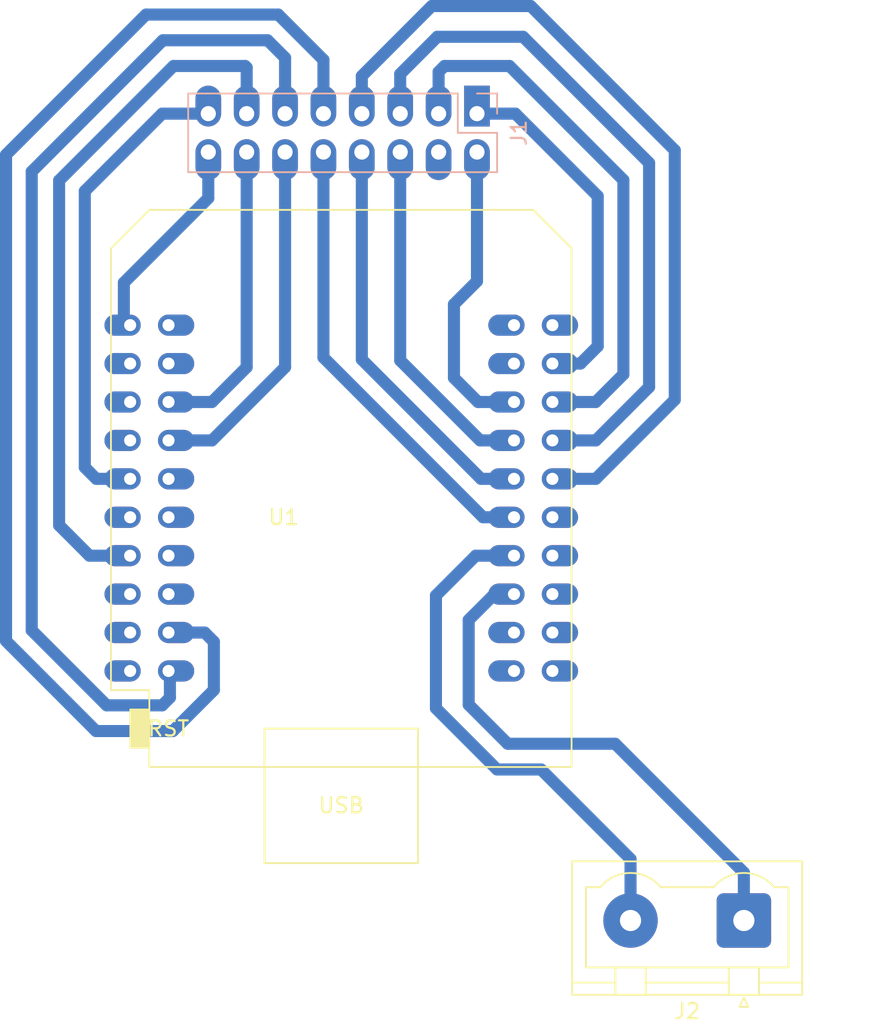
<source format=kicad_pcb>
(kicad_pcb (version 20211014) (generator pcbnew)
  (layers (0 "F.Cu" signal) (31 "B.Cu" signal) (34 "B.Paste" user) (35 "F.Paste" user) (36 "B.SilkS" user "B.Silkscreen") (37 "F.SilkS" user "F.Silkscreen") (38 "B.Mask" user) (39 "F.Mask" user) (44 "Edge.Cuts" user))
  (net 0 "")
  (net 1 "Net-(J2-Pad1)")
  (net 2 "Net-(J1-Pad1)")
  (net 8 "Net-(U1-Pad13)")
  (net 13 "Net-(J1-Pad2)")
  (net 14 "Net-(J1-Pad3)")
  (net 18 "Net-(J1-Pad5)")
  (net 19 "Net-(J1-Pad6)")
  (net 20 "Net-(J1-Pad7)")
  (net 22 "Net-(J1-Pad8)")
  (net 23 "Net-(U1-Pad20)")
  (net 24 "Net-(J1-Pad10)")
  (net 25 "Net-(U1-Pad9)")
  (net 26 "Net-(J1-Pad12)")
  (net 27 "Net-(J1-Pad14)")
  (net 28 "Net-(U1-Pad18)")
  (net 29 "Net-(J1-Pad16)")
  (footprint "Connector_Phoenix_GMSTB:PhoenixContact_GMSTBVA_2,5_2-G_1x02_P7.50mm_Vertical" (layer "F.Cu") (at 151.264 138.684 180)
    (fp_text reference "J2" (at 3.75 -6) (layer "F.SilkS"))
    (fp_text value "Power")
    (fp_line (start 0 -5.11) (end -0.3 -5.71) (layer "F.SilkS") (width 0.12))
    (fp_line (start 8.5 -3.1) (end 6.5 -3.1) (layer "F.SilkS") (width 0.12))
    (fp_line (start -1 -3.1) (end -1 -4.91) (layer "F.SilkS") (width 0.12))
    (fp_line (start 10.45 -3.1) (end 10.45 2.2) (layer "F.SilkS") (width 0.12))
    (fp_line (start 11.36 -4.91) (end -3.86 -4.91) (layer "F.SilkS") (width 0.12))
    (fp_line (start 2 2.2) (end 5.5 2.2) (layer "F.SilkS") (width 0.12))
    (fp_line (start -1 -4.91) (end 1 -4.91) (layer "F.SilkS") (width 0.12))
    (fp_line (start -2.95 2.2) (end -2.95 -3.1) (layer "F.SilkS") (width 0.12))
    (fp_line (start -3.86 -4.91) (end -3.86 3.91) (layer "F.SilkS") (width 0.12))
    (fp_line (start 1 -3.1) (end -1 -3.1) (layer "F.SilkS") (width 0.12))
    (fp_line (start 10.45 2.2) (end 9.5 2.2) (layer "F.SilkS") (width 0.12))
    (fp_line (start 6.5 -4.91) (end 8.5 -4.91) (layer "F.SilkS") (width 0.12))
    (fp_line (start -0.3 -5.71) (end 0.3 -5.71) (layer "F.SilkS") (width 0.12))
    (fp_line (start 1 -4.1) (end 6.5 -4.1) (layer "F.SilkS") (width 0.12))
    (fp_line (start 6.5 -3.1) (end 6.5 -4.91) (layer "F.SilkS") (width 0.12))
    (fp_line (start -2.95 -3.1) (end 10.45 -3.1) (layer "F.SilkS") (width 0.12))
    (fp_line (start -3.86 -4.1) (end -1.11 -4.1) (layer "F.SilkS") (width 0.12))
    (fp_line (start 1 -4.91) (end 1 -3.1) (layer "F.SilkS") (width 0.12))
    (fp_line (start -3.86 3.91) (end 11.36 3.91) (layer "F.SilkS") (width 0.12))
    (fp_line (start 11.36 -4.1) (end 8.61 -4.1) (layer "F.SilkS") (width 0.12))
    (fp_line (start 0.3 -5.71) (end 0 -5.11) (layer "F.SilkS") (width 0.12))
    (fp_line (start 8.5 -4.91) (end 8.5 -3.1) (layer "F.SilkS") (width 0.12))
    (fp_line (start 11.36 3.91) (end 11.36 -4.91) (layer "F.SilkS") (width 0.12))
    (fp_line (start -2 2.2) (end -2.95 2.2) (layer "F.SilkS") (width 0.12))
    (fp_arc (start 1.986842 2.215821) (mid -0.010289 3.142758) (end -2 2.2) (layer "F.SilkS") (width 0.12))
    (fp_arc (start 9.486842 2.215821) (mid 7.489711 3.142758) (end 5.5 2.2) (layer "F.SilkS") (width 0.12))
    (pad "1" thru_hole roundrect (at 0 0 180) (size 3.6 3.6) (drill 1.4) (layers *.Cu *.Mask) (roundrect_rratio 0.125) (net 1 "Net-(J2-Pad1)"))
    (pad "2" thru_hole oval (at 7.5 0 180) (size 3.6 3.6) (drill 1.4) (layers *.Cu *.Mask) (net 29 "Net-(J1-Pad16)"))
  )
  (footprint "ESP32_mini:ESP32_mini" (layer "F.Cu") (at 124.623 110.757)
    (fp_text reference "U1" (at -3.81 1.27) (layer "F.SilkS"))
    (fp_text value "mini_esp32")
    (fp_text user "USB" (at 0 20.32) (layer "F.SilkS"))
    (fp_text user "RST" (at -11.43 15.24) (layer "F.SilkS"))
    (fp_line (start 5.08 15.24) (end 5.08 17.78) (layer "F.SilkS") (width 0.12))
    (fp_line (start -15.24 12.7) (end -12.7 12.7) (layer "F.SilkS") (width 0.12))
    (fp_line (start -5.08 15.24) (end 5.08 15.24) (layer "F.SilkS") (width 0.12))
    (fp_line (start -12.7 17.78) (end 15.24 17.78) (layer "F.SilkS") (width 0.12))
    (fp_line (start -5.08 17.78) (end -5.08 15.24) (layer "F.SilkS") (width 0.12))
    (fp_line (start -12.7 12.7) (end -12.7 17.78) (layer "F.SilkS") (width 0.12))
    (fp_line (start -5.08 17.78) (end -5.08 24.13) (layer "F.SilkS") (width 0.12))
    (fp_line (start 12.7 -19.05) (end -11.43 -19.05) (layer "F.SilkS") (width 0.12))
    (fp_line (start 15.24 -16.51) (end 15.24 17.78) (layer "F.SilkS") (width 0.12))
    (fp_line (start 12.7 -19.05) (end 15.24 -16.51) (layer "F.SilkS") (width 0.12))
    (fp_line (start 5.08 24.13) (end 5.08 17.78) (layer "F.SilkS") (width 0.12))
    (fp_line (start -5.08 24.13) (end 5.08 24.13) (layer "F.SilkS") (width 0.12))
    (fp_line (start -12.7 -19.05) (end -11.43 -19.05) (layer "F.SilkS") (width 0.12))
    (fp_line (start -15.24 -16.51) (end -15.24 12.7) (layer "F.SilkS") (width 0.12))
    (fp_line (start -12.7 -19.05) (end -15.24 -16.51) (layer "F.SilkS") (width 0.12))
    (fp_poly (pts (xy -13.97 16.51) (xy -13.97 13.97) (xy -12.7 13.97) (xy -12.7 16.51)) (layer "F.SilkS") (width 0.1) (fill solid))
    (pad "1" thru_hole oval locked (at -13.97 -11.43 270) (size 1.4 2.4) (drill 0.8 (offset 0 0.5)) (layers *.Cu *.Mask) (net 29 "Net-(J1-Pad16)"))
    (pad "2" thru_hole oval locked (at -11.43 -11.43 270) (size 1.4 2.4) (drill 0.8 (offset 0 -0.5)) (layers *.Cu *.Mask))
    (pad "3" thru_hole oval locked (at -13.97 -8.89 270) (size 1.4 2.4) (drill 0.8 (offset 0 0.5)) (layers *.Cu *.Mask))
    (pad "4" thru_hole oval locked (at -11.43 -8.89 270) (size 1.4 2.4) (drill 0.8 (offset 0 -0.5)) (layers *.Cu *.Mask))
    (pad "5" thru_hole oval locked (at -13.97 -6.35 270) (size 1.4 2.4) (drill 0.8 (offset 0 0.5)) (layers *.Cu *.Mask))
    (pad "6" thru_hole oval locked (at -11.43 -6.35 270) (size 1.4 2.4) (drill 0.8 (offset 0 -0.5)) (layers *.Cu *.Mask) (net 27 "Net-(J1-Pad14)"))
    (pad "7" thru_hole oval locked (at -13.97 -3.81 270) (size 1.4 2.4) (drill 0.8 (offset 0 0.5)) (layers *.Cu *.Mask))
    (pad "8" thru_hole oval locked (at -11.43 -3.81 270) (size 1.4 2.4) (drill 0.8 (offset 0 -0.5)) (layers *.Cu *.Mask) (net 26 "Net-(J1-Pad12)"))
    (pad "9" thru_hole oval locked (at -13.97 -1.27 270) (size 1.4 2.4) (drill 0.8 (offset 0 0.5)) (layers *.Cu *.Mask) (net 25 "Net-(U1-Pad9)"))
    (pad "10" thru_hole oval locked (at -11.43 -1.27 270) (size 1.4 2.4) (drill 0.8 (offset 0 -0.5)) (layers *.Cu *.Mask))
    (pad "11" thru_hole oval locked (at -13.97 1.27 270) (size 1.4 2.4) (drill 0.8 (offset 0 0.5)) (layers *.Cu *.Mask))
    (pad "12" thru_hole oval locked (at -11.43 1.27 270) (size 1.4 2.4) (drill 0.8 (offset 0 -0.5)) (layers *.Cu *.Mask))
    (pad "13" thru_hole oval locked (at -13.97 3.81 270) (size 1.4 2.4) (drill 0.8 (offset 0 0.5)) (layers *.Cu *.Mask) (net 8 "Net-(U1-Pad13)"))
    (pad "14" thru_hole oval locked (at -11.43 3.81 270) (size 1.4 2.4) (drill 0.8 (offset 0 -0.5)) (layers *.Cu *.Mask))
    (pad "15" thru_hole oval locked (at -13.97 6.35 270) (size 1.4 2.4) (drill 0.8 (offset 0 0.5)) (layers *.Cu *.Mask))
    (pad "16" thru_hole oval locked (at -11.43 6.35 270) (size 1.4 2.4) (drill 0.8 (offset 0 -0.5)) (layers *.Cu *.Mask))
    (pad "17" thru_hole oval locked (at -13.97 8.89 270) (size 1.4 2.4) (drill 0.8 (offset 0 0.5)) (layers *.Cu *.Mask))
    (pad "18" thru_hole oval locked (at -11.43 8.89 270) (size 1.4 2.4) (drill 0.8 (offset 0 -0.5)) (layers *.Cu *.Mask) (net 28 "Net-(U1-Pad18)"))
    (pad "19" thru_hole oval locked (at -13.97 11.43 270) (size 1.4 2.4) (drill 0.8 (offset 0 0.5)) (layers *.Cu *.Mask))
    (pad "20" thru_hole oval locked (at -11.43 11.43 270) (size 1.4 2.4) (drill 0.8 (offset 0 -0.5)) (layers *.Cu *.Mask) (net 23 "Net-(U1-Pad20)"))
    (pad "21" thru_hole oval locked (at 11.43 -11.43 270) (size 1.4 2.4) (drill 0.8 (offset 0 0.5)) (layers *.Cu *.Mask))
    (pad "22" thru_hole oval locked (at 13.97 -11.43 270) (size 1.4 2.4) (drill 0.8 (offset 0 -0.5)) (layers *.Cu *.Mask) (net 29 "Net-(J1-Pad16)"))
    (pad "23" thru_hole oval locked (at 11.43 -8.89 270) (size 1.4 2.4) (drill 0.8 (offset 0 0.5)) (layers *.Cu *.Mask))
    (pad "24" thru_hole oval locked (at 13.97 -8.89 270) (size 1.4 2.4) (drill 0.8 (offset 0 -0.5)) (layers *.Cu *.Mask) (net 2 "Net-(J1-Pad1)"))
    (pad "25" thru_hole oval locked (at 11.43 -6.35 270) (size 1.4 2.4) (drill 0.8 (offset 0 0.5)) (layers *.Cu *.Mask) (net 13 "Net-(J1-Pad2)"))
    (pad "26" thru_hole oval locked (at 13.97 -6.35 270) (size 1.4 2.4) (drill 0.8 (offset 0 -0.5)) (layers *.Cu *.Mask) (net 14 "Net-(J1-Pad3)"))
    (pad "27" thru_hole oval locked (at 11.43 -3.81 270) (size 1.4 2.4) (drill 0.8 (offset 0 0.5)) (layers *.Cu *.Mask) (net 19 "Net-(J1-Pad6)"))
    (pad "28" thru_hole oval locked (at 13.97 -3.81 270) (size 1.4 2.4) (drill 0.8 (offset 0 -0.5)) (layers *.Cu *.Mask) (net 18 "Net-(J1-Pad5)"))
    (pad "29" thru_hole oval locked (at 11.43 -1.27 270) (size 1.4 2.4) (drill 0.8 (offset 0 0.5)) (layers *.Cu *.Mask) (net 22 "Net-(J1-Pad8)"))
    (pad "30" thru_hole oval locked (at 13.97 -1.27 270) (size 1.4 2.4) (drill 0.8 (offset 0 -0.5)) (layers *.Cu *.Mask) (net 20 "Net-(J1-Pad7)"))
    (pad "31" thru_hole oval locked (at 11.43 1.27 270) (size 1.4 2.4) (drill 0.8 (offset 0 0.5)) (layers *.Cu *.Mask) (net 24 "Net-(J1-Pad10)"))
    (pad "32" thru_hole oval locked (at 13.97 1.27 270) (size 1.4 2.4) (drill 0.8 (offset 0 -0.5)) (layers *.Cu *.Mask))
    (pad "33" thru_hole oval locked (at 11.43 3.81 270) (size 1.4 2.4) (drill 0.8 (offset 0 0.5)) (layers *.Cu *.Mask) (net 29 "Net-(J1-Pad16)"))
    (pad "34" thru_hole oval locked (at 13.97 3.81 270) (size 1.4 2.4) (drill 0.8 (offset 0 -0.5)) (layers *.Cu *.Mask))
    (pad "35" thru_hole oval locked (at 11.43 6.35 270) (size 1.4 2.4) (drill 0.8 (offset 0 0.5)) (layers *.Cu *.Mask) (net 1 "Net-(J2-Pad1)"))
    (pad "36" thru_hole oval locked (at 13.97 6.35 270) (size 1.4 2.4) (drill 0.8 (offset 0 -0.5)) (layers *.Cu *.Mask))
    (pad "37" thru_hole oval locked (at 11.43 8.89 270) (size 1.4 2.4) (drill 0.8 (offset 0 0.5)) (layers *.Cu *.Mask))
    (pad "38" thru_hole oval locked (at 13.97 8.89 270) (size 1.4 2.4) (drill 0.8 (offset 0 -0.5)) (layers *.Cu *.Mask))
    (pad "39" thru_hole oval locked (at 11.43 11.43 270) (size 1.4 2.4) (drill 0.8 (offset 0 0.5)) (layers *.Cu *.Mask))
    (pad "40" thru_hole oval locked (at 13.97 11.43 270) (size 1.4 2.4) (drill 0.8 (offset 0 -0.5)) (layers *.Cu *.Mask))
  )
  (footprint "Connector_PinSocket_2.54mm:PinSocket_2x08_P2.54mm_Vertical" (layer "B.Cu") (at 133.604 85.344 90)
    (fp_text reference "J1" (at -1.27 2.77 90) (layer "B.SilkS"))
    (fp_text value "PUT_IN")
    (fp_line (start 1.33 1.33) (end 1.33 0) (layer "B.SilkS") (width 0.12))
    (fp_line (start -3.87 1.33) (end -1.27 1.33) (layer "B.SilkS") (width 0.12))
    (fp_line (start -1.27 -1.27) (end 1.33 -1.27) (layer "B.SilkS") (width 0.12))
    (fp_line (start -3.87 1.33) (end -3.87 -19.11) (layer "B.SilkS") (width 0.12))
    (fp_line (start -3.87 -19.11) (end 1.33 -19.11) (layer "B.SilkS") (width 0.12))
    (fp_line (start 0 1.33) (end 1.33 1.33) (layer "B.SilkS") (width 0.12))
    (fp_line (start 1.33 -1.27) (end 1.33 -19.11) (layer "B.SilkS") (width 0.12))
    (fp_line (start -1.27 1.33) (end -1.27 -1.27) (layer "B.SilkS") (width 0.12))
    (pad "1" thru_hole rect (at 0 0 90) (size 2.7 1.7) (drill 1 (offset 0.5 0)) (layers *.Cu *.Mask) (net 2 "Net-(J1-Pad1)"))
    (pad "2" thru_hole oval (at -2.54 0 90) (size 2.7 1.7) (drill 1 (offset -0.5 0)) (layers *.Cu *.Mask) (net 13 "Net-(J1-Pad2)"))
    (pad "3" thru_hole oval (at 0 -2.54 90) (size 2.7 1.7) (drill 1 (offset 0.5 0)) (layers *.Cu *.Mask) (net 14 "Net-(J1-Pad3)"))
    (pad "4" thru_hole oval (at -2.54 -2.54 90) (size 2.7 1.7) (drill 1 (offset -0.5 0)) (layers *.Cu *.Mask))
    (pad "5" thru_hole oval (at 0 -5.08 90) (size 2.7 1.7) (drill 1 (offset 0.5 0)) (layers *.Cu *.Mask) (net 18 "Net-(J1-Pad5)"))
    (pad "6" thru_hole oval (at -2.54 -5.08 90) (size 2.7 1.7) (drill 1 (offset -0.5 0)) (layers *.Cu *.Mask) (net 19 "Net-(J1-Pad6)"))
    (pad "7" thru_hole oval (at 0 -7.62 90) (size 2.7 1.7) (drill 1 (offset 0.5 0)) (layers *.Cu *.Mask) (net 20 "Net-(J1-Pad7)"))
    (pad "8" thru_hole oval (at -2.54 -7.62 90) (size 2.7 1.7) (drill 1 (offset -0.5 0)) (layers *.Cu *.Mask) (net 22 "Net-(J1-Pad8)"))
    (pad "9" thru_hole oval (at 0 -10.16 90) (size 2.7 1.7) (drill 1 (offset 0.5 0)) (layers *.Cu *.Mask) (net 28 "Net-(U1-Pad18)"))
    (pad "10" thru_hole oval (at -2.54 -10.16 90) (size 2.7 1.7) (drill 1 (offset -0.5 0)) (layers *.Cu *.Mask) (net 24 "Net-(J1-Pad10)"))
    (pad "11" thru_hole oval (at 0 -12.7 90) (size 2.7 1.7) (drill 1 (offset 0.5 0)) (layers *.Cu *.Mask) (net 23 "Net-(U1-Pad20)"))
    (pad "12" thru_hole oval (at -2.54 -12.7 90) (size 2.7 1.7) (drill 1 (offset -0.5 0)) (layers *.Cu *.Mask) (net 26 "Net-(J1-Pad12)"))
    (pad "13" thru_hole oval (at 0 -15.24 90) (size 2.7 1.7) (drill 1 (offset 0.5 0)) (layers *.Cu *.Mask) (net 8 "Net-(U1-Pad13)"))
    (pad "14" thru_hole oval (at -2.54 -15.24 90) (size 2.7 1.7) (drill 1 (offset -0.5 0)) (layers *.Cu *.Mask) (net 27 "Net-(J1-Pad14)"))
    (pad "15" thru_hole oval (at 0 -17.78 90) (size 2.7 1.7) (drill 1 (offset 0.5 0)) (layers *.Cu *.Mask) (net 25 "Net-(U1-Pad9)"))
    (pad "16" thru_hole oval (at -2.54 -17.78 90) (size 2.7 1.7) (drill 1 (offset -0.5 0)) (layers *.Cu *.Mask) (net 29 "Net-(J1-Pad16)"))
  )
  (segment (start 133.05348 124.41748) (end 133.05348 118.818772) (width 0.8) (layer "B.Cu") (net 1))
  (segment (start 151.264 138.684) (end 151.264 135.516) (width 0.8) (layer "B.Cu") (net 1))
  (segment (start 134.765252 117.107) (end 136.053 117.107) (width 0.8) (layer "B.Cu") (net 1))
  (segment (start 151.264 135.516) (end 142.748 127) (width 0.8) (layer "B.Cu") (net 1))
  (segment (start 133.05348 118.818772) (end 134.765252 117.107) (width 0.8) (layer "B.Cu") (net 1))
  (segment (start 135.636 127) (end 133.05348 124.41748) (width 0.8) (layer "B.Cu") (net 1))
  (segment (start 142.748 127) (end 135.636 127) (width 0.8) (layer "B.Cu") (net 1))
  (segment (start 141.59252 100.72348) (end 140.449 101.867) (width 0.8) (layer "B.Cu") (net 2))
  (segment (start 136.144 85.344) (end 141.59252 90.79252) (width 0.8) (layer "B.Cu") (net 2))
  (segment (start 133.604 85.344) (end 136.144 85.344) (width 0.8) (layer "B.Cu") (net 2))
  (segment (start 140.449 101.867) (end 138.593 101.867) (width 0.8) (layer "B.Cu") (net 2))
  (segment (start 141.59252 90.79252) (end 141.59252 100.72348) (width 0.8) (layer "B.Cu") (net 2))
  (segment (start 105.95396 89.762556) (end 105.95396 112.55796) (width 0.8) (layer "B.Cu") (net 8))
  (segment (start 107.963 114.567) (end 110.653 114.567) (width 0.8) (layer "B.Cu") (net 8))
  (segment (start 118.364 85.344) (end 118.364 82.296) (width 0.8) (layer "B.Cu") (net 8))
  (segment (start 118.364 82.296) (end 118.26248 82.19448) (width 0.8) (layer "B.Cu") (net 8))
  (segment (start 118.26248 82.19448) (end 113.522036 82.19448) (width 0.8) (layer "B.Cu") (net 8))
  (segment (start 113.522036 82.19448) (end 105.95396 89.762556) (width 0.8) (layer "B.Cu") (net 8))
  (segment (start 105.95396 112.55796) (end 107.963 114.567) (width 0.8) (layer "B.Cu") (net 8))
  (segment (start 133.67361 104.407) (end 136.053 104.407) (width 0.8) (layer "B.Cu") (net 13))
  (segment (start 133.604 87.884) (end 133.604 96.424252) (width 0.8) (layer "B.Cu") (net 13))
  (segment (start 132.08 102.81339) (end 133.67361 104.407) (width 0.8) (layer "B.Cu") (net 13))
  (segment (start 133.604 96.424252) (end 132.08 97.948252) (width 0.8) (layer "B.Cu") (net 13))
  (segment (start 132.08 97.948252) (end 132.08 102.81339) (width 0.8) (layer "B.Cu") (net 13))
  (segment (start 131.064 85.344) (end 131.064 82.584978) (width 0.8) (layer "B.Cu") (net 14))
  (segment (start 141.465 104.407) (end 138.593 104.407) (width 0.8) (layer "B.Cu") (net 14))
  (segment (start 143.29204 102.57996) (end 141.465 104.407) (width 0.8) (layer "B.Cu") (net 14))
  (segment (start 131.064 82.584978) (end 131.454489 82.194489) (width 0.8) (layer "B.Cu") (net 14))
  (segment (start 131.454489 82.194489) (end 135.753511 82.194489) (width 0.8) (layer "B.Cu") (net 14))
  (segment (start 143.29204 89.733018) (end 143.29204 102.57996) (width 0.8) (layer "B.Cu") (net 14))
  (segment (start 135.753511 82.194489) (end 143.29204 89.733018) (width 0.8) (layer "B.Cu") (net 14))
  (segment (start 128.524 85.344) (end 128.524 82.721494) (width 0.8) (layer "B.Cu") (net 18))
  (segment (start 141.465 106.947) (end 138.593 106.947) (width 0.8) (layer "B.Cu") (net 18))
  (segment (start 136.652 80.264) (end 144.99156 88.60356) (width 0.8) (layer "B.Cu") (net 18))
  (segment (start 144.99156 103.42044) (end 141.465 106.947) (width 0.8) (layer "B.Cu") (net 18))
  (segment (start 128.524 82.721494) (end 130.981494 80.264) (width 0.8) (layer "B.Cu") (net 18))
  (segment (start 144.99156 88.60356) (end 144.99156 103.42044) (width 0.8) (layer "B.Cu") (net 18))
  (segment (start 130.981494 80.264) (end 136.652 80.264) (width 0.8) (layer "B.Cu") (net 18))
  (segment (start 128.524 101.660874) (end 133.810126 106.947) (width 0.8) (layer "B.Cu") (net 19))
  (segment (start 128.524 87.884) (end 128.524 101.660874) (width 0.8) (layer "B.Cu") (net 19))
  (segment (start 133.810126 106.947) (end 136.053 106.947) (width 0.8) (layer "B.Cu") (net 19))
  (segment (start 146.69108 104.26092) (end 141.465 109.487) (width 0.8) (layer "B.Cu") (net 20))
  (segment (start 125.984 82.85801) (end 130.61001 78.232) (width 0.8) (layer "B.Cu") (net 20))
  (segment (start 137.16 78.232) (end 146.69108 87.76308) (width 0.8) (layer "B.Cu") (net 20))
  (segment (start 141.465 109.487) (end 138.593 109.487) (width 0.8) (layer "B.Cu") (net 20))
  (segment (start 146.69108 87.76308) (end 146.69108 104.26092) (width 0.8) (layer "B.Cu") (net 20))
  (segment (start 130.61001 78.232) (end 137.16 78.232) (width 0.8) (layer "B.Cu") (net 20))
  (segment (start 125.984 85.344) (end 125.984 82.85801) (width 0.8) (layer "B.Cu") (net 20))
  (segment (start 125.984 87.884) (end 125.984 101.6) (width 0.8) (layer "B.Cu") (net 22))
  (segment (start 125.984 101.6) (end 133.871 109.487) (width 0.8) (layer "B.Cu") (net 22))
  (segment (start 133.871 109.487) (end 136.053 109.487) (width 0.8) (layer "B.Cu") (net 22))
  (segment (start 112.776 124.46) (end 113.284 123.952) (width 0.8) (layer "B.Cu") (net 23))
  (segment (start 113.284 122.278) (end 113.193 122.187) (width 0.8) (layer "B.Cu") (net 23))
  (segment (start 113.193 122.187) (end 113.75952 122.187) (width 0.8) (layer "B.Cu") (net 23))
  (segment (start 113.284 123.952) (end 113.284 122.278) (width 0.8) (layer "B.Cu") (net 23))
  (segment (start 109.098252 124.46) (end 112.776 124.46) (width 0.8) (layer "B.Cu") (net 23))
  (segment (start 120.904 81.651484) (end 119.747476 80.49496) (width 0.8) (layer "B.Cu") (net 23))
  (segment (start 104.14 89.173032) (end 104.14 119.501748) (width 0.8) (layer "B.Cu") (net 23))
  (segment (start 104.14 119.501748) (end 109.098252 124.46) (width 0.8) (layer "B.Cu") (net 23))
  (segment (start 120.904 85.344) (end 120.904 81.651484) (width 0.8) (layer "B.Cu") (net 23))
  (segment (start 112.818072 80.49496) (end 104.14 89.173032) (width 0.8) (layer "B.Cu") (net 23))
  (segment (start 119.747476 80.49496) (end 112.818072 80.49496) (width 0.8) (layer "B.Cu") (net 23))
  (segment (start 134.007516 112.027) (end 136.053 112.027) (width 0.8) (layer "B.Cu") (net 24))
  (segment (start 123.444 101.463484) (end 134.007516 112.027) (width 0.8) (layer "B.Cu") (net 24))
  (segment (start 123.444 87.884) (end 123.444 101.463484) (width 0.8) (layer "B.Cu") (net 24))
  (segment (start 108.410126 109.487) (end 110.653 109.487) (width 0.8) (layer "B.Cu") (net 25))
  (segment (start 107.65348 90.46652) (end 107.65348 108.730354) (width 0.8) (layer "B.Cu") (net 25))
  (segment (start 107.65348 108.730354) (end 108.410126 109.487) (width 0.8) (layer "B.Cu") (net 25))
  (segment (start 115.824 85.344) (end 112.776 85.344) (width 0.8) (layer "B.Cu") (net 25))
  (segment (start 112.776 85.344) (end 107.65348 90.46652) (width 0.8) (layer "B.Cu") (net 25))
  (segment (start 120.904 87.884) (end 120.904 102.108) (width 0.8) (layer "B.Cu") (net 26))
  (segment (start 120.904 102.108) (end 116.065 106.947) (width 0.8) (layer "B.Cu") (net 26))
  (segment (start 116.065 106.947) (end 113.193 106.947) (width 0.8) (layer "B.Cu") (net 26))
  (segment (start 116.065 104.407) (end 113.193 104.407) (width 0.8) (layer "B.Cu") (net 27))
  (segment (start 118.364 102.108) (end 116.065 104.407) (width 0.8) (layer "B.Cu") (net 27))
  (segment (start 118.364 87.884) (end 118.364 102.108) (width 0.8) (layer "B.Cu") (net 27))
  (segment (start 116.19252 120.25652) (end 115.583 119.647) (width 0.8) (layer "B.Cu") (net 28))
  (segment (start 115.583 119.647) (end 113.193 119.647) (width 0.8) (layer "B.Cu") (net 28))
  (segment (start 116.19252 123.446964) (end 116.19252 120.25652) (width 0.8) (layer "B.Cu") (net 28))
  (segment (start 102.44048 88.05952) (end 102.44048 120.205712) (width 0.8) (layer "B.Cu") (net 28))
  (segment (start 111.70456 78.79544) (end 102.44048 88.05952) (width 0.8) (layer "B.Cu") (net 28))
  (segment (start 120.45144 78.79544) (end 111.70456 78.79544) (width 0.8) (layer "B.Cu") (net 28))
  (segment (start 123.444 85.344) (end 123.444 81.788) (width 0.8) (layer "B.Cu") (net 28))
  (segment (start 108.394288 126.15952) (end 113.479964 126.15952) (width 0.8) (layer "B.Cu") (net 28))
  (segment (start 123.444 81.788) (end 120.45144 78.79544) (width 0.8) (layer "B.Cu") (net 28))
  (segment (start 113.479964 126.15952) (end 116.19252 123.446964) (width 0.8) (layer "B.Cu") (net 28))
  (segment (start 102.44048 120.205712) (end 108.394288 126.15952) (width 0.8) (layer "B.Cu") (net 28))
  (segment (start 137.84352 128.69952) (end 134.932036 128.69952) (width 0.8) (layer "B.Cu") (net 29))
  (segment (start 115.824 90.932) (end 110.236 96.52) (width 0.8) (layer "B.Cu") (net 29))
  (segment (start 143.764 134.62) (end 137.84352 128.69952) (width 0.8) (layer "B.Cu") (net 29))
  (segment (start 134.932036 128.69952) (end 130.88848 124.655964) (width 0.8) (layer "B.Cu") (net 29))
  (segment (start 130.88848 124.655964) (end 130.88848 117.19848) (width 0.8) (layer "B.Cu") (net 29))
  (segment (start 130.88848 117.19848) (end 133.51996 114.567) (width 0.8) (layer "B.Cu") (net 29))
  (segment (start 115.824 87.884) (end 115.824 90.932) (width 0.8) (layer "B.Cu") (net 29))
  (segment (start 143.764 138.684) (end 143.764 134.62) (width 0.8) (layer "B.Cu") (net 29))
  (segment (start 110.236 98.91) (end 110.653 99.327) (width 0.8) (layer "B.Cu") (net 29))
  (segment (start 133.51996 114.567) (end 136.053 114.567) (width 0.8) (layer "B.Cu") (net 29))
  (segment (start 110.236 96.52) (end 110.236 98.91) (width 0.8) (layer "B.Cu") (net 29))
)
</source>
